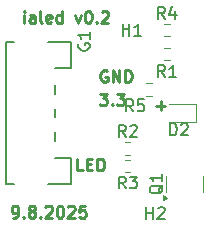
<source format=gbr>
%TF.GenerationSoftware,KiCad,Pcbnew,9.0.3*%
%TF.CreationDate,2025-08-09T09:56:12+02:00*%
%TF.ProjectId,ialed,69616c65-642e-46b6-9963-61645f706362,rev?*%
%TF.SameCoordinates,Original*%
%TF.FileFunction,Legend,Top*%
%TF.FilePolarity,Positive*%
%FSLAX46Y46*%
G04 Gerber Fmt 4.6, Leading zero omitted, Abs format (unit mm)*
G04 Created by KiCad (PCBNEW 9.0.3) date 2025-08-09 09:56:12*
%MOMM*%
%LPD*%
G01*
G04 APERTURE LIST*
%ADD10C,0.250000*%
%ADD11C,0.150000*%
%ADD12C,0.120000*%
%ADD13C,0.127000*%
G04 APERTURE END LIST*
D10*
X13102568Y-9383666D02*
X13864473Y-9383666D01*
X13483520Y-9764619D02*
X13483520Y-9002714D01*
X950187Y-18864619D02*
X1140663Y-18864619D01*
X1140663Y-18864619D02*
X1235901Y-18817000D01*
X1235901Y-18817000D02*
X1283520Y-18769380D01*
X1283520Y-18769380D02*
X1378758Y-18626523D01*
X1378758Y-18626523D02*
X1426377Y-18436047D01*
X1426377Y-18436047D02*
X1426377Y-18055095D01*
X1426377Y-18055095D02*
X1378758Y-17959857D01*
X1378758Y-17959857D02*
X1331139Y-17912238D01*
X1331139Y-17912238D02*
X1235901Y-17864619D01*
X1235901Y-17864619D02*
X1045425Y-17864619D01*
X1045425Y-17864619D02*
X950187Y-17912238D01*
X950187Y-17912238D02*
X902568Y-17959857D01*
X902568Y-17959857D02*
X854949Y-18055095D01*
X854949Y-18055095D02*
X854949Y-18293190D01*
X854949Y-18293190D02*
X902568Y-18388428D01*
X902568Y-18388428D02*
X950187Y-18436047D01*
X950187Y-18436047D02*
X1045425Y-18483666D01*
X1045425Y-18483666D02*
X1235901Y-18483666D01*
X1235901Y-18483666D02*
X1331139Y-18436047D01*
X1331139Y-18436047D02*
X1378758Y-18388428D01*
X1378758Y-18388428D02*
X1426377Y-18293190D01*
X1854949Y-18769380D02*
X1902568Y-18817000D01*
X1902568Y-18817000D02*
X1854949Y-18864619D01*
X1854949Y-18864619D02*
X1807330Y-18817000D01*
X1807330Y-18817000D02*
X1854949Y-18769380D01*
X1854949Y-18769380D02*
X1854949Y-18864619D01*
X2473996Y-18293190D02*
X2378758Y-18245571D01*
X2378758Y-18245571D02*
X2331139Y-18197952D01*
X2331139Y-18197952D02*
X2283520Y-18102714D01*
X2283520Y-18102714D02*
X2283520Y-18055095D01*
X2283520Y-18055095D02*
X2331139Y-17959857D01*
X2331139Y-17959857D02*
X2378758Y-17912238D01*
X2378758Y-17912238D02*
X2473996Y-17864619D01*
X2473996Y-17864619D02*
X2664472Y-17864619D01*
X2664472Y-17864619D02*
X2759710Y-17912238D01*
X2759710Y-17912238D02*
X2807329Y-17959857D01*
X2807329Y-17959857D02*
X2854948Y-18055095D01*
X2854948Y-18055095D02*
X2854948Y-18102714D01*
X2854948Y-18102714D02*
X2807329Y-18197952D01*
X2807329Y-18197952D02*
X2759710Y-18245571D01*
X2759710Y-18245571D02*
X2664472Y-18293190D01*
X2664472Y-18293190D02*
X2473996Y-18293190D01*
X2473996Y-18293190D02*
X2378758Y-18340809D01*
X2378758Y-18340809D02*
X2331139Y-18388428D01*
X2331139Y-18388428D02*
X2283520Y-18483666D01*
X2283520Y-18483666D02*
X2283520Y-18674142D01*
X2283520Y-18674142D02*
X2331139Y-18769380D01*
X2331139Y-18769380D02*
X2378758Y-18817000D01*
X2378758Y-18817000D02*
X2473996Y-18864619D01*
X2473996Y-18864619D02*
X2664472Y-18864619D01*
X2664472Y-18864619D02*
X2759710Y-18817000D01*
X2759710Y-18817000D02*
X2807329Y-18769380D01*
X2807329Y-18769380D02*
X2854948Y-18674142D01*
X2854948Y-18674142D02*
X2854948Y-18483666D01*
X2854948Y-18483666D02*
X2807329Y-18388428D01*
X2807329Y-18388428D02*
X2759710Y-18340809D01*
X2759710Y-18340809D02*
X2664472Y-18293190D01*
X3283520Y-18769380D02*
X3331139Y-18817000D01*
X3331139Y-18817000D02*
X3283520Y-18864619D01*
X3283520Y-18864619D02*
X3235901Y-18817000D01*
X3235901Y-18817000D02*
X3283520Y-18769380D01*
X3283520Y-18769380D02*
X3283520Y-18864619D01*
X3712091Y-17959857D02*
X3759710Y-17912238D01*
X3759710Y-17912238D02*
X3854948Y-17864619D01*
X3854948Y-17864619D02*
X4093043Y-17864619D01*
X4093043Y-17864619D02*
X4188281Y-17912238D01*
X4188281Y-17912238D02*
X4235900Y-17959857D01*
X4235900Y-17959857D02*
X4283519Y-18055095D01*
X4283519Y-18055095D02*
X4283519Y-18150333D01*
X4283519Y-18150333D02*
X4235900Y-18293190D01*
X4235900Y-18293190D02*
X3664472Y-18864619D01*
X3664472Y-18864619D02*
X4283519Y-18864619D01*
X4902567Y-17864619D02*
X4997805Y-17864619D01*
X4997805Y-17864619D02*
X5093043Y-17912238D01*
X5093043Y-17912238D02*
X5140662Y-17959857D01*
X5140662Y-17959857D02*
X5188281Y-18055095D01*
X5188281Y-18055095D02*
X5235900Y-18245571D01*
X5235900Y-18245571D02*
X5235900Y-18483666D01*
X5235900Y-18483666D02*
X5188281Y-18674142D01*
X5188281Y-18674142D02*
X5140662Y-18769380D01*
X5140662Y-18769380D02*
X5093043Y-18817000D01*
X5093043Y-18817000D02*
X4997805Y-18864619D01*
X4997805Y-18864619D02*
X4902567Y-18864619D01*
X4902567Y-18864619D02*
X4807329Y-18817000D01*
X4807329Y-18817000D02*
X4759710Y-18769380D01*
X4759710Y-18769380D02*
X4712091Y-18674142D01*
X4712091Y-18674142D02*
X4664472Y-18483666D01*
X4664472Y-18483666D02*
X4664472Y-18245571D01*
X4664472Y-18245571D02*
X4712091Y-18055095D01*
X4712091Y-18055095D02*
X4759710Y-17959857D01*
X4759710Y-17959857D02*
X4807329Y-17912238D01*
X4807329Y-17912238D02*
X4902567Y-17864619D01*
X5616853Y-17959857D02*
X5664472Y-17912238D01*
X5664472Y-17912238D02*
X5759710Y-17864619D01*
X5759710Y-17864619D02*
X5997805Y-17864619D01*
X5997805Y-17864619D02*
X6093043Y-17912238D01*
X6093043Y-17912238D02*
X6140662Y-17959857D01*
X6140662Y-17959857D02*
X6188281Y-18055095D01*
X6188281Y-18055095D02*
X6188281Y-18150333D01*
X6188281Y-18150333D02*
X6140662Y-18293190D01*
X6140662Y-18293190D02*
X5569234Y-18864619D01*
X5569234Y-18864619D02*
X6188281Y-18864619D01*
X7093043Y-17864619D02*
X6616853Y-17864619D01*
X6616853Y-17864619D02*
X6569234Y-18340809D01*
X6569234Y-18340809D02*
X6616853Y-18293190D01*
X6616853Y-18293190D02*
X6712091Y-18245571D01*
X6712091Y-18245571D02*
X6950186Y-18245571D01*
X6950186Y-18245571D02*
X7045424Y-18293190D01*
X7045424Y-18293190D02*
X7093043Y-18340809D01*
X7093043Y-18340809D02*
X7140662Y-18436047D01*
X7140662Y-18436047D02*
X7140662Y-18674142D01*
X7140662Y-18674142D02*
X7093043Y-18769380D01*
X7093043Y-18769380D02*
X7045424Y-18817000D01*
X7045424Y-18817000D02*
X6950186Y-18864619D01*
X6950186Y-18864619D02*
X6712091Y-18864619D01*
X6712091Y-18864619D02*
X6616853Y-18817000D01*
X6616853Y-18817000D02*
X6569234Y-18769380D01*
X6878758Y-14864619D02*
X6402568Y-14864619D01*
X6402568Y-14864619D02*
X6402568Y-13864619D01*
X7212092Y-14340809D02*
X7545425Y-14340809D01*
X7688282Y-14864619D02*
X7212092Y-14864619D01*
X7212092Y-14864619D02*
X7212092Y-13864619D01*
X7212092Y-13864619D02*
X7688282Y-13864619D01*
X8116854Y-14864619D02*
X8116854Y-13864619D01*
X8116854Y-13864619D02*
X8354949Y-13864619D01*
X8354949Y-13864619D02*
X8497806Y-13912238D01*
X8497806Y-13912238D02*
X8593044Y-14007476D01*
X8593044Y-14007476D02*
X8640663Y-14102714D01*
X8640663Y-14102714D02*
X8688282Y-14293190D01*
X8688282Y-14293190D02*
X8688282Y-14436047D01*
X8688282Y-14436047D02*
X8640663Y-14626523D01*
X8640663Y-14626523D02*
X8593044Y-14721761D01*
X8593044Y-14721761D02*
X8497806Y-14817000D01*
X8497806Y-14817000D02*
X8354949Y-14864619D01*
X8354949Y-14864619D02*
X8116854Y-14864619D01*
X8307330Y-8364619D02*
X8926377Y-8364619D01*
X8926377Y-8364619D02*
X8593044Y-8745571D01*
X8593044Y-8745571D02*
X8735901Y-8745571D01*
X8735901Y-8745571D02*
X8831139Y-8793190D01*
X8831139Y-8793190D02*
X8878758Y-8840809D01*
X8878758Y-8840809D02*
X8926377Y-8936047D01*
X8926377Y-8936047D02*
X8926377Y-9174142D01*
X8926377Y-9174142D02*
X8878758Y-9269380D01*
X8878758Y-9269380D02*
X8831139Y-9317000D01*
X8831139Y-9317000D02*
X8735901Y-9364619D01*
X8735901Y-9364619D02*
X8450187Y-9364619D01*
X8450187Y-9364619D02*
X8354949Y-9317000D01*
X8354949Y-9317000D02*
X8307330Y-9269380D01*
X9354949Y-9269380D02*
X9402568Y-9317000D01*
X9402568Y-9317000D02*
X9354949Y-9364619D01*
X9354949Y-9364619D02*
X9307330Y-9317000D01*
X9307330Y-9317000D02*
X9354949Y-9269380D01*
X9354949Y-9269380D02*
X9354949Y-9364619D01*
X9735901Y-8364619D02*
X10354948Y-8364619D01*
X10354948Y-8364619D02*
X10021615Y-8745571D01*
X10021615Y-8745571D02*
X10164472Y-8745571D01*
X10164472Y-8745571D02*
X10259710Y-8793190D01*
X10259710Y-8793190D02*
X10307329Y-8840809D01*
X10307329Y-8840809D02*
X10354948Y-8936047D01*
X10354948Y-8936047D02*
X10354948Y-9174142D01*
X10354948Y-9174142D02*
X10307329Y-9269380D01*
X10307329Y-9269380D02*
X10259710Y-9317000D01*
X10259710Y-9317000D02*
X10164472Y-9364619D01*
X10164472Y-9364619D02*
X9878758Y-9364619D01*
X9878758Y-9364619D02*
X9783520Y-9317000D01*
X9783520Y-9317000D02*
X9735901Y-9269380D01*
X1902568Y-2364619D02*
X1902568Y-1697952D01*
X1902568Y-1364619D02*
X1854949Y-1412238D01*
X1854949Y-1412238D02*
X1902568Y-1459857D01*
X1902568Y-1459857D02*
X1950187Y-1412238D01*
X1950187Y-1412238D02*
X1902568Y-1364619D01*
X1902568Y-1364619D02*
X1902568Y-1459857D01*
X2807329Y-2364619D02*
X2807329Y-1840809D01*
X2807329Y-1840809D02*
X2759710Y-1745571D01*
X2759710Y-1745571D02*
X2664472Y-1697952D01*
X2664472Y-1697952D02*
X2473996Y-1697952D01*
X2473996Y-1697952D02*
X2378758Y-1745571D01*
X2807329Y-2317000D02*
X2712091Y-2364619D01*
X2712091Y-2364619D02*
X2473996Y-2364619D01*
X2473996Y-2364619D02*
X2378758Y-2317000D01*
X2378758Y-2317000D02*
X2331139Y-2221761D01*
X2331139Y-2221761D02*
X2331139Y-2126523D01*
X2331139Y-2126523D02*
X2378758Y-2031285D01*
X2378758Y-2031285D02*
X2473996Y-1983666D01*
X2473996Y-1983666D02*
X2712091Y-1983666D01*
X2712091Y-1983666D02*
X2807329Y-1936047D01*
X3426377Y-2364619D02*
X3331139Y-2317000D01*
X3331139Y-2317000D02*
X3283520Y-2221761D01*
X3283520Y-2221761D02*
X3283520Y-1364619D01*
X4188282Y-2317000D02*
X4093044Y-2364619D01*
X4093044Y-2364619D02*
X3902568Y-2364619D01*
X3902568Y-2364619D02*
X3807330Y-2317000D01*
X3807330Y-2317000D02*
X3759711Y-2221761D01*
X3759711Y-2221761D02*
X3759711Y-1840809D01*
X3759711Y-1840809D02*
X3807330Y-1745571D01*
X3807330Y-1745571D02*
X3902568Y-1697952D01*
X3902568Y-1697952D02*
X4093044Y-1697952D01*
X4093044Y-1697952D02*
X4188282Y-1745571D01*
X4188282Y-1745571D02*
X4235901Y-1840809D01*
X4235901Y-1840809D02*
X4235901Y-1936047D01*
X4235901Y-1936047D02*
X3759711Y-2031285D01*
X5093044Y-2364619D02*
X5093044Y-1364619D01*
X5093044Y-2317000D02*
X4997806Y-2364619D01*
X4997806Y-2364619D02*
X4807330Y-2364619D01*
X4807330Y-2364619D02*
X4712092Y-2317000D01*
X4712092Y-2317000D02*
X4664473Y-2269380D01*
X4664473Y-2269380D02*
X4616854Y-2174142D01*
X4616854Y-2174142D02*
X4616854Y-1888428D01*
X4616854Y-1888428D02*
X4664473Y-1793190D01*
X4664473Y-1793190D02*
X4712092Y-1745571D01*
X4712092Y-1745571D02*
X4807330Y-1697952D01*
X4807330Y-1697952D02*
X4997806Y-1697952D01*
X4997806Y-1697952D02*
X5093044Y-1745571D01*
X6235902Y-1697952D02*
X6473997Y-2364619D01*
X6473997Y-2364619D02*
X6712092Y-1697952D01*
X7283521Y-1364619D02*
X7378759Y-1364619D01*
X7378759Y-1364619D02*
X7473997Y-1412238D01*
X7473997Y-1412238D02*
X7521616Y-1459857D01*
X7521616Y-1459857D02*
X7569235Y-1555095D01*
X7569235Y-1555095D02*
X7616854Y-1745571D01*
X7616854Y-1745571D02*
X7616854Y-1983666D01*
X7616854Y-1983666D02*
X7569235Y-2174142D01*
X7569235Y-2174142D02*
X7521616Y-2269380D01*
X7521616Y-2269380D02*
X7473997Y-2317000D01*
X7473997Y-2317000D02*
X7378759Y-2364619D01*
X7378759Y-2364619D02*
X7283521Y-2364619D01*
X7283521Y-2364619D02*
X7188283Y-2317000D01*
X7188283Y-2317000D02*
X7140664Y-2269380D01*
X7140664Y-2269380D02*
X7093045Y-2174142D01*
X7093045Y-2174142D02*
X7045426Y-1983666D01*
X7045426Y-1983666D02*
X7045426Y-1745571D01*
X7045426Y-1745571D02*
X7093045Y-1555095D01*
X7093045Y-1555095D02*
X7140664Y-1459857D01*
X7140664Y-1459857D02*
X7188283Y-1412238D01*
X7188283Y-1412238D02*
X7283521Y-1364619D01*
X8045426Y-2269380D02*
X8093045Y-2317000D01*
X8093045Y-2317000D02*
X8045426Y-2364619D01*
X8045426Y-2364619D02*
X7997807Y-2317000D01*
X7997807Y-2317000D02*
X8045426Y-2269380D01*
X8045426Y-2269380D02*
X8045426Y-2364619D01*
X8473997Y-1459857D02*
X8521616Y-1412238D01*
X8521616Y-1412238D02*
X8616854Y-1364619D01*
X8616854Y-1364619D02*
X8854949Y-1364619D01*
X8854949Y-1364619D02*
X8950187Y-1412238D01*
X8950187Y-1412238D02*
X8997806Y-1459857D01*
X8997806Y-1459857D02*
X9045425Y-1555095D01*
X9045425Y-1555095D02*
X9045425Y-1650333D01*
X9045425Y-1650333D02*
X8997806Y-1793190D01*
X8997806Y-1793190D02*
X8426378Y-2364619D01*
X8426378Y-2364619D02*
X9045425Y-2364619D01*
X8926377Y-6412238D02*
X8831139Y-6364619D01*
X8831139Y-6364619D02*
X8688282Y-6364619D01*
X8688282Y-6364619D02*
X8545425Y-6412238D01*
X8545425Y-6412238D02*
X8450187Y-6507476D01*
X8450187Y-6507476D02*
X8402568Y-6602714D01*
X8402568Y-6602714D02*
X8354949Y-6793190D01*
X8354949Y-6793190D02*
X8354949Y-6936047D01*
X8354949Y-6936047D02*
X8402568Y-7126523D01*
X8402568Y-7126523D02*
X8450187Y-7221761D01*
X8450187Y-7221761D02*
X8545425Y-7317000D01*
X8545425Y-7317000D02*
X8688282Y-7364619D01*
X8688282Y-7364619D02*
X8783520Y-7364619D01*
X8783520Y-7364619D02*
X8926377Y-7317000D01*
X8926377Y-7317000D02*
X8973996Y-7269380D01*
X8973996Y-7269380D02*
X8973996Y-6936047D01*
X8973996Y-6936047D02*
X8783520Y-6936047D01*
X9402568Y-7364619D02*
X9402568Y-6364619D01*
X9402568Y-6364619D02*
X9973996Y-7364619D01*
X9973996Y-7364619D02*
X9973996Y-6364619D01*
X10450187Y-7364619D02*
X10450187Y-6364619D01*
X10450187Y-6364619D02*
X10688282Y-6364619D01*
X10688282Y-6364619D02*
X10831139Y-6412238D01*
X10831139Y-6412238D02*
X10926377Y-6507476D01*
X10926377Y-6507476D02*
X10973996Y-6602714D01*
X10973996Y-6602714D02*
X11021615Y-6793190D01*
X11021615Y-6793190D02*
X11021615Y-6936047D01*
X11021615Y-6936047D02*
X10973996Y-7126523D01*
X10973996Y-7126523D02*
X10926377Y-7221761D01*
X10926377Y-7221761D02*
X10831139Y-7317000D01*
X10831139Y-7317000D02*
X10688282Y-7364619D01*
X10688282Y-7364619D02*
X10450187Y-7364619D01*
D11*
X11133333Y-9854819D02*
X10800000Y-9378628D01*
X10561905Y-9854819D02*
X10561905Y-8854819D01*
X10561905Y-8854819D02*
X10942857Y-8854819D01*
X10942857Y-8854819D02*
X11038095Y-8902438D01*
X11038095Y-8902438D02*
X11085714Y-8950057D01*
X11085714Y-8950057D02*
X11133333Y-9045295D01*
X11133333Y-9045295D02*
X11133333Y-9188152D01*
X11133333Y-9188152D02*
X11085714Y-9283390D01*
X11085714Y-9283390D02*
X11038095Y-9331009D01*
X11038095Y-9331009D02*
X10942857Y-9378628D01*
X10942857Y-9378628D02*
X10561905Y-9378628D01*
X12038095Y-8854819D02*
X11561905Y-8854819D01*
X11561905Y-8854819D02*
X11514286Y-9331009D01*
X11514286Y-9331009D02*
X11561905Y-9283390D01*
X11561905Y-9283390D02*
X11657143Y-9235771D01*
X11657143Y-9235771D02*
X11895238Y-9235771D01*
X11895238Y-9235771D02*
X11990476Y-9283390D01*
X11990476Y-9283390D02*
X12038095Y-9331009D01*
X12038095Y-9331009D02*
X12085714Y-9426247D01*
X12085714Y-9426247D02*
X12085714Y-9664342D01*
X12085714Y-9664342D02*
X12038095Y-9759580D01*
X12038095Y-9759580D02*
X11990476Y-9807200D01*
X11990476Y-9807200D02*
X11895238Y-9854819D01*
X11895238Y-9854819D02*
X11657143Y-9854819D01*
X11657143Y-9854819D02*
X11561905Y-9807200D01*
X11561905Y-9807200D02*
X11514286Y-9759580D01*
X14261905Y-11884819D02*
X14261905Y-10884819D01*
X14261905Y-10884819D02*
X14500000Y-10884819D01*
X14500000Y-10884819D02*
X14642857Y-10932438D01*
X14642857Y-10932438D02*
X14738095Y-11027676D01*
X14738095Y-11027676D02*
X14785714Y-11122914D01*
X14785714Y-11122914D02*
X14833333Y-11313390D01*
X14833333Y-11313390D02*
X14833333Y-11456247D01*
X14833333Y-11456247D02*
X14785714Y-11646723D01*
X14785714Y-11646723D02*
X14738095Y-11741961D01*
X14738095Y-11741961D02*
X14642857Y-11837200D01*
X14642857Y-11837200D02*
X14500000Y-11884819D01*
X14500000Y-11884819D02*
X14261905Y-11884819D01*
X15214286Y-10980057D02*
X15261905Y-10932438D01*
X15261905Y-10932438D02*
X15357143Y-10884819D01*
X15357143Y-10884819D02*
X15595238Y-10884819D01*
X15595238Y-10884819D02*
X15690476Y-10932438D01*
X15690476Y-10932438D02*
X15738095Y-10980057D01*
X15738095Y-10980057D02*
X15785714Y-11075295D01*
X15785714Y-11075295D02*
X15785714Y-11170533D01*
X15785714Y-11170533D02*
X15738095Y-11313390D01*
X15738095Y-11313390D02*
X15166667Y-11884819D01*
X15166667Y-11884819D02*
X15785714Y-11884819D01*
X10508333Y-16384819D02*
X10175000Y-15908628D01*
X9936905Y-16384819D02*
X9936905Y-15384819D01*
X9936905Y-15384819D02*
X10317857Y-15384819D01*
X10317857Y-15384819D02*
X10413095Y-15432438D01*
X10413095Y-15432438D02*
X10460714Y-15480057D01*
X10460714Y-15480057D02*
X10508333Y-15575295D01*
X10508333Y-15575295D02*
X10508333Y-15718152D01*
X10508333Y-15718152D02*
X10460714Y-15813390D01*
X10460714Y-15813390D02*
X10413095Y-15861009D01*
X10413095Y-15861009D02*
X10317857Y-15908628D01*
X10317857Y-15908628D02*
X9936905Y-15908628D01*
X10841667Y-15384819D02*
X11460714Y-15384819D01*
X11460714Y-15384819D02*
X11127381Y-15765771D01*
X11127381Y-15765771D02*
X11270238Y-15765771D01*
X11270238Y-15765771D02*
X11365476Y-15813390D01*
X11365476Y-15813390D02*
X11413095Y-15861009D01*
X11413095Y-15861009D02*
X11460714Y-15956247D01*
X11460714Y-15956247D02*
X11460714Y-16194342D01*
X11460714Y-16194342D02*
X11413095Y-16289580D01*
X11413095Y-16289580D02*
X11365476Y-16337200D01*
X11365476Y-16337200D02*
X11270238Y-16384819D01*
X11270238Y-16384819D02*
X10984524Y-16384819D01*
X10984524Y-16384819D02*
X10889286Y-16337200D01*
X10889286Y-16337200D02*
X10841667Y-16289580D01*
X10238095Y-3454819D02*
X10238095Y-2454819D01*
X10238095Y-2931009D02*
X10809523Y-2931009D01*
X10809523Y-3454819D02*
X10809523Y-2454819D01*
X11809523Y-3454819D02*
X11238095Y-3454819D01*
X11523809Y-3454819D02*
X11523809Y-2454819D01*
X11523809Y-2454819D02*
X11428571Y-2597676D01*
X11428571Y-2597676D02*
X11333333Y-2692914D01*
X11333333Y-2692914D02*
X11238095Y-2740533D01*
X10508333Y-12024819D02*
X10175000Y-11548628D01*
X9936905Y-12024819D02*
X9936905Y-11024819D01*
X9936905Y-11024819D02*
X10317857Y-11024819D01*
X10317857Y-11024819D02*
X10413095Y-11072438D01*
X10413095Y-11072438D02*
X10460714Y-11120057D01*
X10460714Y-11120057D02*
X10508333Y-11215295D01*
X10508333Y-11215295D02*
X10508333Y-11358152D01*
X10508333Y-11358152D02*
X10460714Y-11453390D01*
X10460714Y-11453390D02*
X10413095Y-11501009D01*
X10413095Y-11501009D02*
X10317857Y-11548628D01*
X10317857Y-11548628D02*
X9936905Y-11548628D01*
X10889286Y-11120057D02*
X10936905Y-11072438D01*
X10936905Y-11072438D02*
X11032143Y-11024819D01*
X11032143Y-11024819D02*
X11270238Y-11024819D01*
X11270238Y-11024819D02*
X11365476Y-11072438D01*
X11365476Y-11072438D02*
X11413095Y-11120057D01*
X11413095Y-11120057D02*
X11460714Y-11215295D01*
X11460714Y-11215295D02*
X11460714Y-11310533D01*
X11460714Y-11310533D02*
X11413095Y-11453390D01*
X11413095Y-11453390D02*
X10841667Y-12024819D01*
X10841667Y-12024819D02*
X11460714Y-12024819D01*
X6513278Y-4139285D02*
X6465659Y-4234523D01*
X6465659Y-4234523D02*
X6465659Y-4377380D01*
X6465659Y-4377380D02*
X6513278Y-4520237D01*
X6513278Y-4520237D02*
X6608516Y-4615475D01*
X6608516Y-4615475D02*
X6703754Y-4663094D01*
X6703754Y-4663094D02*
X6894230Y-4710713D01*
X6894230Y-4710713D02*
X7037087Y-4710713D01*
X7037087Y-4710713D02*
X7227563Y-4663094D01*
X7227563Y-4663094D02*
X7322801Y-4615475D01*
X7322801Y-4615475D02*
X7418040Y-4520237D01*
X7418040Y-4520237D02*
X7465659Y-4377380D01*
X7465659Y-4377380D02*
X7465659Y-4282142D01*
X7465659Y-4282142D02*
X7418040Y-4139285D01*
X7418040Y-4139285D02*
X7370420Y-4091666D01*
X7370420Y-4091666D02*
X7037087Y-4091666D01*
X7037087Y-4091666D02*
X7037087Y-4282142D01*
X7465659Y-3139285D02*
X7465659Y-3710713D01*
X7465659Y-3424999D02*
X6465659Y-3424999D01*
X6465659Y-3424999D02*
X6608516Y-3520237D01*
X6608516Y-3520237D02*
X6703754Y-3615475D01*
X6703754Y-3615475D02*
X6751373Y-3710713D01*
X13833333Y-6954819D02*
X13500000Y-6478628D01*
X13261905Y-6954819D02*
X13261905Y-5954819D01*
X13261905Y-5954819D02*
X13642857Y-5954819D01*
X13642857Y-5954819D02*
X13738095Y-6002438D01*
X13738095Y-6002438D02*
X13785714Y-6050057D01*
X13785714Y-6050057D02*
X13833333Y-6145295D01*
X13833333Y-6145295D02*
X13833333Y-6288152D01*
X13833333Y-6288152D02*
X13785714Y-6383390D01*
X13785714Y-6383390D02*
X13738095Y-6431009D01*
X13738095Y-6431009D02*
X13642857Y-6478628D01*
X13642857Y-6478628D02*
X13261905Y-6478628D01*
X14785714Y-6954819D02*
X14214286Y-6954819D01*
X14500000Y-6954819D02*
X14500000Y-5954819D01*
X14500000Y-5954819D02*
X14404762Y-6097676D01*
X14404762Y-6097676D02*
X14309524Y-6192914D01*
X14309524Y-6192914D02*
X14214286Y-6240533D01*
X13650057Y-16095238D02*
X13602438Y-16190476D01*
X13602438Y-16190476D02*
X13507200Y-16285714D01*
X13507200Y-16285714D02*
X13364342Y-16428571D01*
X13364342Y-16428571D02*
X13316723Y-16523809D01*
X13316723Y-16523809D02*
X13316723Y-16619047D01*
X13554819Y-16571428D02*
X13507200Y-16666666D01*
X13507200Y-16666666D02*
X13411961Y-16761904D01*
X13411961Y-16761904D02*
X13221485Y-16809523D01*
X13221485Y-16809523D02*
X12888152Y-16809523D01*
X12888152Y-16809523D02*
X12697676Y-16761904D01*
X12697676Y-16761904D02*
X12602438Y-16666666D01*
X12602438Y-16666666D02*
X12554819Y-16571428D01*
X12554819Y-16571428D02*
X12554819Y-16380952D01*
X12554819Y-16380952D02*
X12602438Y-16285714D01*
X12602438Y-16285714D02*
X12697676Y-16190476D01*
X12697676Y-16190476D02*
X12888152Y-16142857D01*
X12888152Y-16142857D02*
X13221485Y-16142857D01*
X13221485Y-16142857D02*
X13411961Y-16190476D01*
X13411961Y-16190476D02*
X13507200Y-16285714D01*
X13507200Y-16285714D02*
X13554819Y-16380952D01*
X13554819Y-16380952D02*
X13554819Y-16571428D01*
X13554819Y-15190476D02*
X13554819Y-15761904D01*
X13554819Y-15476190D02*
X12554819Y-15476190D01*
X12554819Y-15476190D02*
X12697676Y-15571428D01*
X12697676Y-15571428D02*
X12792914Y-15666666D01*
X12792914Y-15666666D02*
X12840533Y-15761904D01*
X13833333Y-2024819D02*
X13500000Y-1548628D01*
X13261905Y-2024819D02*
X13261905Y-1024819D01*
X13261905Y-1024819D02*
X13642857Y-1024819D01*
X13642857Y-1024819D02*
X13738095Y-1072438D01*
X13738095Y-1072438D02*
X13785714Y-1120057D01*
X13785714Y-1120057D02*
X13833333Y-1215295D01*
X13833333Y-1215295D02*
X13833333Y-1358152D01*
X13833333Y-1358152D02*
X13785714Y-1453390D01*
X13785714Y-1453390D02*
X13738095Y-1501009D01*
X13738095Y-1501009D02*
X13642857Y-1548628D01*
X13642857Y-1548628D02*
X13261905Y-1548628D01*
X14690476Y-1358152D02*
X14690476Y-2024819D01*
X14452381Y-977200D02*
X14214286Y-1691485D01*
X14214286Y-1691485D02*
X14833333Y-1691485D01*
X12238095Y-18954819D02*
X12238095Y-17954819D01*
X12238095Y-18431009D02*
X12809523Y-18431009D01*
X12809523Y-18954819D02*
X12809523Y-17954819D01*
X13238095Y-18050057D02*
X13285714Y-18002438D01*
X13285714Y-18002438D02*
X13380952Y-17954819D01*
X13380952Y-17954819D02*
X13619047Y-17954819D01*
X13619047Y-17954819D02*
X13714285Y-18002438D01*
X13714285Y-18002438D02*
X13761904Y-18050057D01*
X13761904Y-18050057D02*
X13809523Y-18145295D01*
X13809523Y-18145295D02*
X13809523Y-18240533D01*
X13809523Y-18240533D02*
X13761904Y-18383390D01*
X13761904Y-18383390D02*
X13190476Y-18954819D01*
X13190476Y-18954819D02*
X13809523Y-18954819D01*
D12*
%TO.C,R5*%
X12262742Y-7477500D02*
X12737258Y-7477500D01*
X12262742Y-8522500D02*
X12737258Y-8522500D01*
%TO.C,D2*%
X16485000Y-10735000D02*
X16485000Y-9265000D01*
X16485000Y-9265000D02*
X14200000Y-9265000D01*
X14200000Y-10735000D02*
X16485000Y-10735000D01*
%TO.C,R3*%
X10912258Y-13977500D02*
X10437742Y-13977500D01*
X10912258Y-15022500D02*
X10437742Y-15022500D01*
%TO.C,R2*%
X10437742Y-12477500D02*
X10912258Y-12477500D01*
X10437742Y-13522500D02*
X10912258Y-13522500D01*
D13*
%TO.C,G1*%
X350000Y-4000000D02*
X1060500Y-4000000D01*
X350000Y-16000000D02*
X350000Y-4000000D01*
X350000Y-16000000D02*
X1060500Y-16000000D01*
X3925000Y-4000000D02*
X5850000Y-4000000D01*
X3950000Y-16000000D02*
X5850000Y-16000000D01*
X4560620Y-6200000D02*
X5850000Y-6200000D01*
X4560620Y-8351040D02*
X4560620Y-7650000D01*
X4560620Y-10348500D02*
X4560620Y-9650000D01*
X4560620Y-12348500D02*
X4560620Y-11650000D01*
X5850000Y-6200000D02*
X5850000Y-4000000D01*
X5850000Y-13800000D02*
X4560000Y-13800000D01*
X5850000Y-16000000D02*
X5850000Y-13800000D01*
D12*
%TO.C,R1*%
X13762742Y-4477500D02*
X14237258Y-4477500D01*
X13762742Y-5522500D02*
X14237258Y-5522500D01*
%TO.C,Q1*%
X13940000Y-16000000D02*
X13940000Y-15350000D01*
X13940000Y-16000000D02*
X13940000Y-16650000D01*
X17060000Y-16000000D02*
X17060000Y-15350000D01*
X17060000Y-16000000D02*
X17060000Y-16650000D01*
X13990000Y-17162500D02*
X13660000Y-17402500D01*
X13660000Y-16922500D01*
X13990000Y-17162500D01*
G36*
X13990000Y-17162500D02*
G01*
X13660000Y-17402500D01*
X13660000Y-16922500D01*
X13990000Y-17162500D01*
G37*
%TO.C,R4*%
X13762742Y-2477500D02*
X14237258Y-2477500D01*
X13762742Y-3522500D02*
X14237258Y-3522500D01*
%TD*%
M02*

</source>
